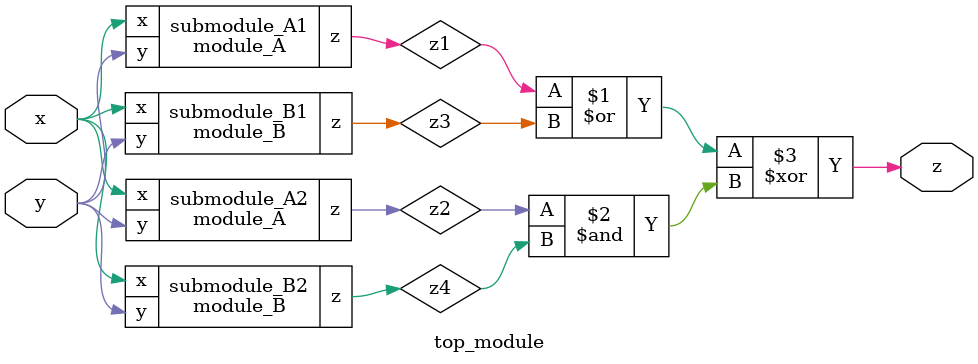
<source format=sv>
module module_A (
    input x,
    input y,
    output z
);

assign z = (x ^ y) & x;

endmodule
module module_B (
    input x,
    input y,
    output z
);

assign z = (x & ~y) | (~x & y) | (x & y);

endmodule
module top_module(
    input x,
    input y,
    output z
);

wire z1, z2, z3, z4;

module_A submodule_A1 (
    .x(x),
    .y(y),
    .z(z1)
);

module_A submodule_A2 (
    .x(x),
    .y(y),
    .z(z2)
);

module_B submodule_B1 (
    .x(x),
    .y(y),
    .z(z3)
);

module_B submodule_B2 (
    .x(x),
    .y(y),
    .z(z4)
);

assign z = (z1 | z3) ^ (z2 & z4);

endmodule

</source>
